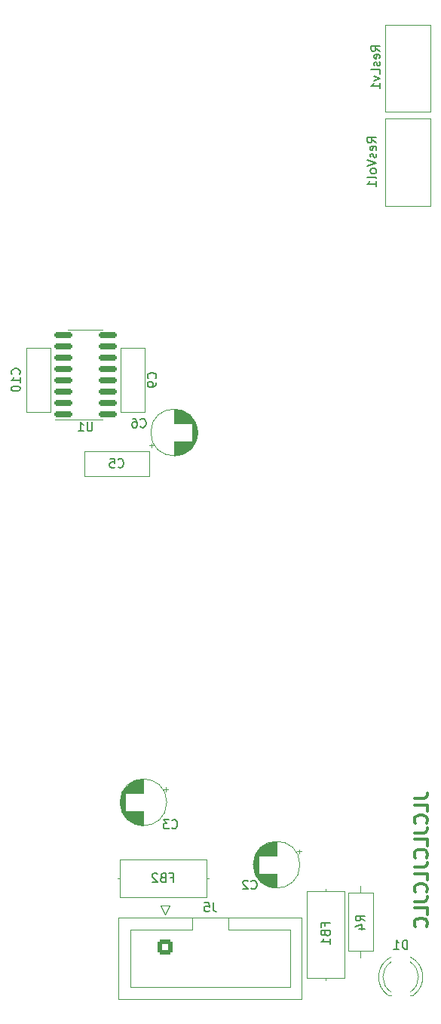
<source format=gbo>
G04 #@! TF.GenerationSoftware,KiCad,Pcbnew,(6.0.6)*
G04 #@! TF.CreationDate,2022-11-23T18:59:43+00:00*
G04 #@! TF.ProjectId,MS20-VCF,4d533230-2d56-4434-962e-6b696361645f,rev?*
G04 #@! TF.SameCoordinates,Original*
G04 #@! TF.FileFunction,Legend,Bot*
G04 #@! TF.FilePolarity,Positive*
%FSLAX46Y46*%
G04 Gerber Fmt 4.6, Leading zero omitted, Abs format (unit mm)*
G04 Created by KiCad (PCBNEW (6.0.6)) date 2022-11-23 18:59:43*
%MOMM*%
%LPD*%
G01*
G04 APERTURE LIST*
G04 Aperture macros list*
%AMRoundRect*
0 Rectangle with rounded corners*
0 $1 Rounding radius*
0 $2 $3 $4 $5 $6 $7 $8 $9 X,Y pos of 4 corners*
0 Add a 4 corners polygon primitive as box body*
4,1,4,$2,$3,$4,$5,$6,$7,$8,$9,$2,$3,0*
0 Add four circle primitives for the rounded corners*
1,1,$1+$1,$2,$3*
1,1,$1+$1,$4,$5*
1,1,$1+$1,$6,$7*
1,1,$1+$1,$8,$9*
0 Add four rect primitives between the rounded corners*
20,1,$1+$1,$2,$3,$4,$5,0*
20,1,$1+$1,$4,$5,$6,$7,0*
20,1,$1+$1,$6,$7,$8,$9,0*
20,1,$1+$1,$8,$9,$2,$3,0*%
G04 Aperture macros list end*
%ADD10C,0.300000*%
%ADD11C,0.150000*%
%ADD12C,0.120000*%
%ADD13C,1.600000*%
%ADD14C,4.000000*%
%ADD15C,1.800000*%
%ADD16R,1.600000X1.600000*%
%ADD17O,1.600000X1.600000*%
%ADD18R,1.930000X1.830000*%
%ADD19C,2.130000*%
%ADD20R,1.500000X1.500000*%
%ADD21C,1.500000*%
%ADD22O,3.700000X2.400000*%
%ADD23R,1.800000X1.800000*%
%ADD24C,2.000000*%
%ADD25O,2.000000X2.000000*%
%ADD26RoundRect,0.250000X-0.600000X0.600000X-0.600000X-0.600000X0.600000X-0.600000X0.600000X0.600000X0*%
%ADD27C,1.700000*%
%ADD28C,1.440000*%
%ADD29RoundRect,0.150000X-0.825000X-0.150000X0.825000X-0.150000X0.825000X0.150000X-0.825000X0.150000X0*%
G04 APERTURE END LIST*
D10*
X82928571Y-123571428D02*
X84000000Y-123571428D01*
X84214285Y-123500000D01*
X84357142Y-123357142D01*
X84428571Y-123142857D01*
X84428571Y-123000000D01*
X84428571Y-125000000D02*
X84428571Y-124285714D01*
X82928571Y-124285714D01*
X84285714Y-126357142D02*
X84357142Y-126285714D01*
X84428571Y-126071428D01*
X84428571Y-125928571D01*
X84357142Y-125714285D01*
X84214285Y-125571428D01*
X84071428Y-125500000D01*
X83785714Y-125428571D01*
X83571428Y-125428571D01*
X83285714Y-125500000D01*
X83142857Y-125571428D01*
X83000000Y-125714285D01*
X82928571Y-125928571D01*
X82928571Y-126071428D01*
X83000000Y-126285714D01*
X83071428Y-126357142D01*
X82928571Y-127428571D02*
X84000000Y-127428571D01*
X84214285Y-127357142D01*
X84357142Y-127214285D01*
X84428571Y-127000000D01*
X84428571Y-126857142D01*
X84428571Y-128857142D02*
X84428571Y-128142857D01*
X82928571Y-128142857D01*
X84285714Y-130214285D02*
X84357142Y-130142857D01*
X84428571Y-129928571D01*
X84428571Y-129785714D01*
X84357142Y-129571428D01*
X84214285Y-129428571D01*
X84071428Y-129357142D01*
X83785714Y-129285714D01*
X83571428Y-129285714D01*
X83285714Y-129357142D01*
X83142857Y-129428571D01*
X83000000Y-129571428D01*
X82928571Y-129785714D01*
X82928571Y-129928571D01*
X83000000Y-130142857D01*
X83071428Y-130214285D01*
X82928571Y-131285714D02*
X84000000Y-131285714D01*
X84214285Y-131214285D01*
X84357142Y-131071428D01*
X84428571Y-130857142D01*
X84428571Y-130714285D01*
X84428571Y-132714285D02*
X84428571Y-132000000D01*
X82928571Y-132000000D01*
X84285714Y-134071428D02*
X84357142Y-134000000D01*
X84428571Y-133785714D01*
X84428571Y-133642857D01*
X84357142Y-133428571D01*
X84214285Y-133285714D01*
X84071428Y-133214285D01*
X83785714Y-133142857D01*
X83571428Y-133142857D01*
X83285714Y-133214285D01*
X83142857Y-133285714D01*
X83000000Y-133428571D01*
X82928571Y-133642857D01*
X82928571Y-133785714D01*
X83000000Y-134000000D01*
X83071428Y-134071428D01*
X82928571Y-135142857D02*
X84000000Y-135142857D01*
X84214285Y-135071428D01*
X84357142Y-134928571D01*
X84428571Y-134714285D01*
X84428571Y-134571428D01*
X84428571Y-136571428D02*
X84428571Y-135857142D01*
X82928571Y-135857142D01*
X84285714Y-137928571D02*
X84357142Y-137857142D01*
X84428571Y-137642857D01*
X84428571Y-137500000D01*
X84357142Y-137285714D01*
X84214285Y-137142857D01*
X84071428Y-137071428D01*
X83785714Y-137000000D01*
X83571428Y-137000000D01*
X83285714Y-137071428D01*
X83142857Y-137142857D01*
X83000000Y-137285714D01*
X82928571Y-137500000D01*
X82928571Y-137642857D01*
X83000000Y-137857142D01*
X83071428Y-137928571D01*
D11*
X64616666Y-133657142D02*
X64664285Y-133704761D01*
X64807142Y-133752380D01*
X64902380Y-133752380D01*
X65045238Y-133704761D01*
X65140476Y-133609523D01*
X65188095Y-133514285D01*
X65235714Y-133323809D01*
X65235714Y-133180952D01*
X65188095Y-132990476D01*
X65140476Y-132895238D01*
X65045238Y-132800000D01*
X64902380Y-132752380D01*
X64807142Y-132752380D01*
X64664285Y-132800000D01*
X64616666Y-132847619D01*
X64235714Y-132847619D02*
X64188095Y-132800000D01*
X64092857Y-132752380D01*
X63854761Y-132752380D01*
X63759523Y-132800000D01*
X63711904Y-132847619D01*
X63664285Y-132942857D01*
X63664285Y-133038095D01*
X63711904Y-133180952D01*
X64283333Y-133752380D01*
X63664285Y-133752380D01*
X55711553Y-126857142D02*
X55759172Y-126904761D01*
X55902029Y-126952380D01*
X55997267Y-126952380D01*
X56140125Y-126904761D01*
X56235363Y-126809523D01*
X56282982Y-126714285D01*
X56330601Y-126523809D01*
X56330601Y-126380952D01*
X56282982Y-126190476D01*
X56235363Y-126095238D01*
X56140125Y-126000000D01*
X55997267Y-125952380D01*
X55902029Y-125952380D01*
X55759172Y-126000000D01*
X55711553Y-126047619D01*
X55378220Y-125952380D02*
X54759172Y-125952380D01*
X55092506Y-126333333D01*
X54949648Y-126333333D01*
X54854410Y-126380952D01*
X54806791Y-126428571D01*
X54759172Y-126523809D01*
X54759172Y-126761904D01*
X54806791Y-126857142D01*
X54854410Y-126904761D01*
X54949648Y-126952380D01*
X55235363Y-126952380D01*
X55330601Y-126904761D01*
X55378220Y-126857142D01*
X52166666Y-81857142D02*
X52214285Y-81904761D01*
X52357142Y-81952380D01*
X52452380Y-81952380D01*
X52595238Y-81904761D01*
X52690476Y-81809523D01*
X52738095Y-81714285D01*
X52785714Y-81523809D01*
X52785714Y-81380952D01*
X52738095Y-81190476D01*
X52690476Y-81095238D01*
X52595238Y-81000000D01*
X52452380Y-80952380D01*
X52357142Y-80952380D01*
X52214285Y-81000000D01*
X52166666Y-81047619D01*
X51309523Y-80952380D02*
X51500000Y-80952380D01*
X51595238Y-81000000D01*
X51642857Y-81047619D01*
X51738095Y-81190476D01*
X51785714Y-81380952D01*
X51785714Y-81761904D01*
X51738095Y-81857142D01*
X51690476Y-81904761D01*
X51595238Y-81952380D01*
X51404761Y-81952380D01*
X51309523Y-81904761D01*
X51261904Y-81857142D01*
X51214285Y-81761904D01*
X51214285Y-81523809D01*
X51261904Y-81428571D01*
X51309523Y-81380952D01*
X51404761Y-81333333D01*
X51595238Y-81333333D01*
X51690476Y-81380952D01*
X51738095Y-81428571D01*
X51785714Y-81523809D01*
X82138095Y-140452380D02*
X82138095Y-139452380D01*
X81900000Y-139452380D01*
X81757142Y-139500000D01*
X81661904Y-139595238D01*
X81614285Y-139690476D01*
X81566666Y-139880952D01*
X81566666Y-140023809D01*
X81614285Y-140214285D01*
X81661904Y-140309523D01*
X81757142Y-140404761D01*
X81900000Y-140452380D01*
X82138095Y-140452380D01*
X80614285Y-140452380D02*
X81185714Y-140452380D01*
X80900000Y-140452380D02*
X80900000Y-139452380D01*
X80995238Y-139595238D01*
X81090476Y-139690476D01*
X81185714Y-139738095D01*
X55533333Y-132428571D02*
X55866666Y-132428571D01*
X55866666Y-132952380D02*
X55866666Y-131952380D01*
X55390476Y-131952380D01*
X54676190Y-132428571D02*
X54533333Y-132476190D01*
X54485714Y-132523809D01*
X54438095Y-132619047D01*
X54438095Y-132761904D01*
X54485714Y-132857142D01*
X54533333Y-132904761D01*
X54628571Y-132952380D01*
X55009523Y-132952380D01*
X55009523Y-131952380D01*
X54676190Y-131952380D01*
X54580952Y-132000000D01*
X54533333Y-132047619D01*
X54485714Y-132142857D01*
X54485714Y-132238095D01*
X54533333Y-132333333D01*
X54580952Y-132380952D01*
X54676190Y-132428571D01*
X55009523Y-132428571D01*
X54057142Y-132047619D02*
X54009523Y-132000000D01*
X53914285Y-131952380D01*
X53676190Y-131952380D01*
X53580952Y-132000000D01*
X53533333Y-132047619D01*
X53485714Y-132142857D01*
X53485714Y-132238095D01*
X53533333Y-132380952D01*
X54104761Y-132952380D01*
X53485714Y-132952380D01*
X60333333Y-135252380D02*
X60333333Y-135966666D01*
X60380952Y-136109523D01*
X60476190Y-136204761D01*
X60619047Y-136252380D01*
X60714285Y-136252380D01*
X59380952Y-135252380D02*
X59857142Y-135252380D01*
X59904761Y-135728571D01*
X59857142Y-135680952D01*
X59761904Y-135633333D01*
X59523809Y-135633333D01*
X59428571Y-135680952D01*
X59380952Y-135728571D01*
X59333333Y-135823809D01*
X59333333Y-136061904D01*
X59380952Y-136157142D01*
X59428571Y-136204761D01*
X59523809Y-136252380D01*
X59761904Y-136252380D01*
X59857142Y-136204761D01*
X59904761Y-136157142D01*
X79072380Y-39714285D02*
X78596190Y-39380952D01*
X79072380Y-39142857D02*
X78072380Y-39142857D01*
X78072380Y-39523809D01*
X78120000Y-39619047D01*
X78167619Y-39666666D01*
X78262857Y-39714285D01*
X78405714Y-39714285D01*
X78500952Y-39666666D01*
X78548571Y-39619047D01*
X78596190Y-39523809D01*
X78596190Y-39142857D01*
X79024761Y-40523809D02*
X79072380Y-40428571D01*
X79072380Y-40238095D01*
X79024761Y-40142857D01*
X78929523Y-40095238D01*
X78548571Y-40095238D01*
X78453333Y-40142857D01*
X78405714Y-40238095D01*
X78405714Y-40428571D01*
X78453333Y-40523809D01*
X78548571Y-40571428D01*
X78643809Y-40571428D01*
X78739047Y-40095238D01*
X79024761Y-40952380D02*
X79072380Y-41047619D01*
X79072380Y-41238095D01*
X79024761Y-41333333D01*
X78929523Y-41380952D01*
X78881904Y-41380952D01*
X78786666Y-41333333D01*
X78739047Y-41238095D01*
X78739047Y-41095238D01*
X78691428Y-41000000D01*
X78596190Y-40952380D01*
X78548571Y-40952380D01*
X78453333Y-41000000D01*
X78405714Y-41095238D01*
X78405714Y-41238095D01*
X78453333Y-41333333D01*
X79072380Y-42285714D02*
X79072380Y-41809523D01*
X78072380Y-41809523D01*
X78405714Y-42523809D02*
X79072380Y-42761904D01*
X78405714Y-43000000D01*
X79072380Y-43904761D02*
X79072380Y-43333333D01*
X79072380Y-43619047D02*
X78072380Y-43619047D01*
X78215238Y-43523809D01*
X78310476Y-43428571D01*
X78358095Y-43333333D01*
X78652380Y-49997142D02*
X78176190Y-49663809D01*
X78652380Y-49425714D02*
X77652380Y-49425714D01*
X77652380Y-49806666D01*
X77700000Y-49901904D01*
X77747619Y-49949523D01*
X77842857Y-49997142D01*
X77985714Y-49997142D01*
X78080952Y-49949523D01*
X78128571Y-49901904D01*
X78176190Y-49806666D01*
X78176190Y-49425714D01*
X78604761Y-50806666D02*
X78652380Y-50711428D01*
X78652380Y-50520952D01*
X78604761Y-50425714D01*
X78509523Y-50378095D01*
X78128571Y-50378095D01*
X78033333Y-50425714D01*
X77985714Y-50520952D01*
X77985714Y-50711428D01*
X78033333Y-50806666D01*
X78128571Y-50854285D01*
X78223809Y-50854285D01*
X78319047Y-50378095D01*
X78604761Y-51235238D02*
X78652380Y-51330476D01*
X78652380Y-51520952D01*
X78604761Y-51616190D01*
X78509523Y-51663809D01*
X78461904Y-51663809D01*
X78366666Y-51616190D01*
X78319047Y-51520952D01*
X78319047Y-51378095D01*
X78271428Y-51282857D01*
X78176190Y-51235238D01*
X78128571Y-51235238D01*
X78033333Y-51282857D01*
X77985714Y-51378095D01*
X77985714Y-51520952D01*
X78033333Y-51616190D01*
X77652380Y-51949523D02*
X78652380Y-52282857D01*
X77652380Y-52616190D01*
X78652380Y-53092380D02*
X78604761Y-52997142D01*
X78557142Y-52949523D01*
X78461904Y-52901904D01*
X78176190Y-52901904D01*
X78080952Y-52949523D01*
X78033333Y-52997142D01*
X77985714Y-53092380D01*
X77985714Y-53235238D01*
X78033333Y-53330476D01*
X78080952Y-53378095D01*
X78176190Y-53425714D01*
X78461904Y-53425714D01*
X78557142Y-53378095D01*
X78604761Y-53330476D01*
X78652380Y-53235238D01*
X78652380Y-53092380D01*
X78652380Y-53997142D02*
X78604761Y-53901904D01*
X78509523Y-53854285D01*
X77652380Y-53854285D01*
X78652380Y-54901904D02*
X78652380Y-54330476D01*
X78652380Y-54616190D02*
X77652380Y-54616190D01*
X77795238Y-54520952D01*
X77890476Y-54425714D01*
X77938095Y-54330476D01*
X77352380Y-137313333D02*
X76876190Y-136980000D01*
X77352380Y-136741904D02*
X76352380Y-136741904D01*
X76352380Y-137122857D01*
X76400000Y-137218095D01*
X76447619Y-137265714D01*
X76542857Y-137313333D01*
X76685714Y-137313333D01*
X76780952Y-137265714D01*
X76828571Y-137218095D01*
X76876190Y-137122857D01*
X76876190Y-136741904D01*
X76685714Y-138170476D02*
X77352380Y-138170476D01*
X76304761Y-137932380D02*
X77019047Y-137694285D01*
X77019047Y-138313333D01*
X72928571Y-137866666D02*
X72928571Y-137533333D01*
X73452380Y-137533333D02*
X72452380Y-137533333D01*
X72452380Y-138009523D01*
X72928571Y-138723809D02*
X72976190Y-138866666D01*
X73023809Y-138914285D01*
X73119047Y-138961904D01*
X73261904Y-138961904D01*
X73357142Y-138914285D01*
X73404761Y-138866666D01*
X73452380Y-138771428D01*
X73452380Y-138390476D01*
X72452380Y-138390476D01*
X72452380Y-138723809D01*
X72500000Y-138819047D01*
X72547619Y-138866666D01*
X72642857Y-138914285D01*
X72738095Y-138914285D01*
X72833333Y-138866666D01*
X72880952Y-138819047D01*
X72928571Y-138723809D01*
X72928571Y-138390476D01*
X73452380Y-139914285D02*
X73452380Y-139342857D01*
X73452380Y-139628571D02*
X72452380Y-139628571D01*
X72595238Y-139533333D01*
X72690476Y-139438095D01*
X72738095Y-139342857D01*
X46761904Y-81352380D02*
X46761904Y-82161904D01*
X46714285Y-82257142D01*
X46666666Y-82304761D01*
X46571428Y-82352380D01*
X46380952Y-82352380D01*
X46285714Y-82304761D01*
X46238095Y-82257142D01*
X46190476Y-82161904D01*
X46190476Y-81352380D01*
X45190476Y-82352380D02*
X45761904Y-82352380D01*
X45476190Y-82352380D02*
X45476190Y-81352380D01*
X45571428Y-81495238D01*
X45666666Y-81590476D01*
X45761904Y-81638095D01*
X49666666Y-86357142D02*
X49714285Y-86404761D01*
X49857142Y-86452380D01*
X49952380Y-86452380D01*
X50095238Y-86404761D01*
X50190476Y-86309523D01*
X50238095Y-86214285D01*
X50285714Y-86023809D01*
X50285714Y-85880952D01*
X50238095Y-85690476D01*
X50190476Y-85595238D01*
X50095238Y-85500000D01*
X49952380Y-85452380D01*
X49857142Y-85452380D01*
X49714285Y-85500000D01*
X49666666Y-85547619D01*
X48761904Y-85452380D02*
X49238095Y-85452380D01*
X49285714Y-85928571D01*
X49238095Y-85880952D01*
X49142857Y-85833333D01*
X48904761Y-85833333D01*
X48809523Y-85880952D01*
X48761904Y-85928571D01*
X48714285Y-86023809D01*
X48714285Y-86261904D01*
X48761904Y-86357142D01*
X48809523Y-86404761D01*
X48904761Y-86452380D01*
X49142857Y-86452380D01*
X49238095Y-86404761D01*
X49285714Y-86357142D01*
X53857142Y-76433333D02*
X53904761Y-76385714D01*
X53952380Y-76242857D01*
X53952380Y-76147619D01*
X53904761Y-76004761D01*
X53809523Y-75909523D01*
X53714285Y-75861904D01*
X53523809Y-75814285D01*
X53380952Y-75814285D01*
X53190476Y-75861904D01*
X53095238Y-75909523D01*
X53000000Y-76004761D01*
X52952380Y-76147619D01*
X52952380Y-76242857D01*
X53000000Y-76385714D01*
X53047619Y-76433333D01*
X53952380Y-76909523D02*
X53952380Y-77100000D01*
X53904761Y-77195238D01*
X53857142Y-77242857D01*
X53714285Y-77338095D01*
X53523809Y-77385714D01*
X53142857Y-77385714D01*
X53047619Y-77338095D01*
X53000000Y-77290476D01*
X52952380Y-77195238D01*
X52952380Y-77004761D01*
X53000000Y-76909523D01*
X53047619Y-76861904D01*
X53142857Y-76814285D01*
X53380952Y-76814285D01*
X53476190Y-76861904D01*
X53523809Y-76909523D01*
X53571428Y-77004761D01*
X53571428Y-77195238D01*
X53523809Y-77290476D01*
X53476190Y-77338095D01*
X53380952Y-77385714D01*
X38557142Y-75957142D02*
X38604761Y-75909523D01*
X38652380Y-75766666D01*
X38652380Y-75671428D01*
X38604761Y-75528571D01*
X38509523Y-75433333D01*
X38414285Y-75385714D01*
X38223809Y-75338095D01*
X38080952Y-75338095D01*
X37890476Y-75385714D01*
X37795238Y-75433333D01*
X37700000Y-75528571D01*
X37652380Y-75671428D01*
X37652380Y-75766666D01*
X37700000Y-75909523D01*
X37747619Y-75957142D01*
X38652380Y-76909523D02*
X38652380Y-76338095D01*
X38652380Y-76623809D02*
X37652380Y-76623809D01*
X37795238Y-76528571D01*
X37890476Y-76433333D01*
X37938095Y-76338095D01*
X37652380Y-77528571D02*
X37652380Y-77623809D01*
X37700000Y-77719047D01*
X37747619Y-77766666D01*
X37842857Y-77814285D01*
X38033333Y-77861904D01*
X38271428Y-77861904D01*
X38461904Y-77814285D01*
X38557142Y-77766666D01*
X38604761Y-77719047D01*
X38652380Y-77623809D01*
X38652380Y-77528571D01*
X38604761Y-77433333D01*
X38557142Y-77385714D01*
X38461904Y-77338095D01*
X38271428Y-77290476D01*
X38033333Y-77290476D01*
X37842857Y-77338095D01*
X37747619Y-77385714D01*
X37700000Y-77433333D01*
X37652380Y-77528571D01*
D12*
X66534112Y-132040000D02*
X66534112Y-133414000D01*
X66174112Y-132040000D02*
X66174112Y-133247000D01*
X66654112Y-128545000D02*
X66654112Y-129960000D01*
X65494112Y-129301000D02*
X65494112Y-129960000D01*
X70009887Y-129275000D02*
X70009887Y-129775000D01*
X67255112Y-128427000D02*
X67255112Y-129960000D01*
X66014112Y-132040000D02*
X66014112Y-133149000D01*
X65094112Y-129902000D02*
X65094112Y-132098000D01*
X65374112Y-129446000D02*
X65374112Y-132554000D01*
X66374112Y-128652000D02*
X66374112Y-129960000D01*
X64974112Y-130195000D02*
X64974112Y-131805000D01*
X66855112Y-128489000D02*
X66855112Y-129960000D01*
X66614112Y-128558000D02*
X66614112Y-129960000D01*
X67015112Y-128457000D02*
X67015112Y-129960000D01*
X65534112Y-129257000D02*
X65534112Y-129960000D01*
X64894112Y-130482000D02*
X64894112Y-131518000D01*
X65454112Y-129347000D02*
X65454112Y-129960000D01*
X65574112Y-132040000D02*
X65574112Y-132785000D01*
X67015112Y-132040000D02*
X67015112Y-133543000D01*
X67455112Y-128420000D02*
X67455112Y-129960000D01*
X66454112Y-128618000D02*
X66454112Y-129960000D01*
X66294112Y-128690000D02*
X66294112Y-129960000D01*
X67095112Y-132040000D02*
X67095112Y-133556000D01*
X65454112Y-132040000D02*
X65454112Y-132653000D01*
X65254112Y-129617000D02*
X65254112Y-132383000D01*
X65854112Y-128965000D02*
X65854112Y-129960000D01*
X67415112Y-128420000D02*
X67415112Y-129960000D01*
X67415112Y-132040000D02*
X67415112Y-133580000D01*
X65294112Y-129557000D02*
X65294112Y-132443000D01*
X66254112Y-128710000D02*
X66254112Y-129960000D01*
X67295112Y-132040000D02*
X67295112Y-133576000D01*
X66334112Y-128671000D02*
X66334112Y-129960000D01*
X65534112Y-132040000D02*
X65534112Y-132743000D01*
X66815112Y-128499000D02*
X66815112Y-129960000D01*
X67295112Y-128424000D02*
X67295112Y-129960000D01*
X66574112Y-128572000D02*
X66574112Y-129960000D01*
X65774112Y-132040000D02*
X65774112Y-132971000D01*
X65334112Y-129500000D02*
X65334112Y-132500000D01*
X66895112Y-128480000D02*
X66895112Y-129960000D01*
X66895112Y-132040000D02*
X66895112Y-133520000D01*
X67215112Y-132040000D02*
X67215112Y-133569000D01*
X66775112Y-132040000D02*
X66775112Y-133491000D01*
X66374112Y-132040000D02*
X66374112Y-133348000D01*
X67175112Y-132040000D02*
X67175112Y-133565000D01*
X66134112Y-128776000D02*
X66134112Y-129960000D01*
X65934112Y-128905000D02*
X65934112Y-129960000D01*
X66134112Y-132040000D02*
X66134112Y-133224000D01*
X64854112Y-130716000D02*
X64854112Y-131284000D01*
X67055112Y-132040000D02*
X67055112Y-133550000D01*
X67335112Y-128422000D02*
X67335112Y-129960000D01*
X66734112Y-132040000D02*
X66734112Y-133480000D01*
X66694112Y-128532000D02*
X66694112Y-129960000D01*
X66054112Y-128825000D02*
X66054112Y-129960000D01*
X67135112Y-128439000D02*
X67135112Y-129960000D01*
X67375112Y-128421000D02*
X67375112Y-129960000D01*
X66654112Y-132040000D02*
X66654112Y-133455000D01*
X65174112Y-129749000D02*
X65174112Y-132251000D01*
X66014112Y-128851000D02*
X66014112Y-129960000D01*
X66174112Y-128753000D02*
X66174112Y-129960000D01*
X65134112Y-129822000D02*
X65134112Y-132178000D01*
X65774112Y-129029000D02*
X65774112Y-129960000D01*
X66414112Y-132040000D02*
X66414112Y-133365000D01*
X65894112Y-128935000D02*
X65894112Y-129960000D01*
X65694112Y-132040000D02*
X65694112Y-132901000D01*
X66414112Y-128635000D02*
X66414112Y-129960000D01*
X66935112Y-132040000D02*
X66935112Y-133528000D01*
X67255112Y-132040000D02*
X67255112Y-133573000D01*
X66094112Y-128800000D02*
X66094112Y-129960000D01*
X65214112Y-129681000D02*
X65214112Y-132319000D01*
X66214112Y-128732000D02*
X66214112Y-129960000D01*
X65654112Y-129136000D02*
X65654112Y-129960000D01*
X66494112Y-132040000D02*
X66494112Y-133398000D01*
X65614112Y-132040000D02*
X65614112Y-132826000D01*
X66454112Y-132040000D02*
X66454112Y-133382000D01*
X66815112Y-132040000D02*
X66815112Y-133501000D01*
X66574112Y-132040000D02*
X66574112Y-133428000D01*
X67095112Y-128444000D02*
X67095112Y-129960000D01*
X67135112Y-132040000D02*
X67135112Y-133561000D01*
X65494112Y-132040000D02*
X65494112Y-132699000D01*
X67055112Y-128450000D02*
X67055112Y-129960000D01*
X67335112Y-132040000D02*
X67335112Y-133578000D01*
X67455112Y-132040000D02*
X67455112Y-133580000D01*
X66334112Y-132040000D02*
X66334112Y-133329000D01*
X65614112Y-129174000D02*
X65614112Y-129960000D01*
X65934112Y-132040000D02*
X65934112Y-133095000D01*
X65894112Y-132040000D02*
X65894112Y-133065000D01*
X66054112Y-132040000D02*
X66054112Y-133175000D01*
X65974112Y-128878000D02*
X65974112Y-129960000D01*
X65974112Y-132040000D02*
X65974112Y-133122000D01*
X66094112Y-132040000D02*
X66094112Y-133200000D01*
X65854112Y-132040000D02*
X65854112Y-133035000D01*
X66855112Y-132040000D02*
X66855112Y-133511000D01*
X66214112Y-132040000D02*
X66214112Y-133268000D01*
X65574112Y-129215000D02*
X65574112Y-129960000D01*
X66734112Y-128520000D02*
X66734112Y-129960000D01*
X65414112Y-129395000D02*
X65414112Y-132605000D01*
X66494112Y-128602000D02*
X66494112Y-129960000D01*
X65054112Y-129989000D02*
X65054112Y-132011000D01*
X66975112Y-128464000D02*
X66975112Y-129960000D01*
X65814112Y-128996000D02*
X65814112Y-129960000D01*
X70259887Y-129525000D02*
X69759887Y-129525000D01*
X65654112Y-132040000D02*
X65654112Y-132864000D01*
X67175112Y-128435000D02*
X67175112Y-129960000D01*
X65734112Y-129063000D02*
X65734112Y-129960000D01*
X66254112Y-132040000D02*
X66254112Y-133290000D01*
X65734112Y-132040000D02*
X65734112Y-132937000D01*
X65014112Y-130085000D02*
X65014112Y-131915000D01*
X64934112Y-130323000D02*
X64934112Y-131677000D01*
X65814112Y-132040000D02*
X65814112Y-133004000D01*
X66935112Y-128472000D02*
X66935112Y-129960000D01*
X67215112Y-128431000D02*
X67215112Y-129960000D01*
X67375112Y-132040000D02*
X67375112Y-133579000D01*
X66534112Y-128586000D02*
X66534112Y-129960000D01*
X66614112Y-132040000D02*
X66614112Y-133442000D01*
X66975112Y-132040000D02*
X66975112Y-133536000D01*
X66694112Y-132040000D02*
X66694112Y-133468000D01*
X66294112Y-132040000D02*
X66294112Y-133310000D01*
X66775112Y-128509000D02*
X66775112Y-129960000D01*
X65694112Y-129099000D02*
X65694112Y-129960000D01*
X70075112Y-131000000D02*
G75*
G03*
X70075112Y-131000000I-2620000J0D01*
G01*
X51099000Y-125040000D02*
X51099000Y-126175000D01*
X52500000Y-125040000D02*
X52500000Y-126580000D01*
X50299000Y-122617000D02*
X50299000Y-125383000D01*
X52380000Y-121422000D02*
X52380000Y-122960000D01*
X52300000Y-121427000D02*
X52300000Y-122960000D01*
X51579000Y-125040000D02*
X51579000Y-126414000D01*
X50859000Y-121996000D02*
X50859000Y-122960000D01*
X50259000Y-122681000D02*
X50259000Y-125319000D01*
X50939000Y-125040000D02*
X50939000Y-126065000D01*
X50699000Y-122136000D02*
X50699000Y-122960000D01*
X49939000Y-123482000D02*
X49939000Y-124518000D01*
X51900000Y-125040000D02*
X51900000Y-126511000D01*
X51179000Y-121776000D02*
X51179000Y-122960000D01*
X50139000Y-122902000D02*
X50139000Y-125098000D01*
X51659000Y-121558000D02*
X51659000Y-122960000D01*
X51299000Y-125040000D02*
X51299000Y-126290000D01*
X51259000Y-121732000D02*
X51259000Y-122960000D01*
X52380000Y-125040000D02*
X52380000Y-126578000D01*
X50499000Y-122347000D02*
X50499000Y-122960000D01*
X51860000Y-121499000D02*
X51860000Y-122960000D01*
X50979000Y-125040000D02*
X50979000Y-126095000D01*
X50819000Y-125040000D02*
X50819000Y-125971000D01*
X50059000Y-123085000D02*
X50059000Y-124915000D01*
X51139000Y-125040000D02*
X51139000Y-126200000D01*
X50899000Y-121965000D02*
X50899000Y-122960000D01*
X52420000Y-125040000D02*
X52420000Y-126579000D01*
X50859000Y-125040000D02*
X50859000Y-126004000D01*
X50499000Y-125040000D02*
X50499000Y-125653000D01*
X52460000Y-125040000D02*
X52460000Y-126580000D01*
X52460000Y-121420000D02*
X52460000Y-122960000D01*
X51779000Y-121520000D02*
X51779000Y-122960000D01*
X51019000Y-125040000D02*
X51019000Y-126122000D01*
X50379000Y-122500000D02*
X50379000Y-125500000D01*
X50739000Y-125040000D02*
X50739000Y-125901000D01*
X52180000Y-121439000D02*
X52180000Y-122960000D01*
X51379000Y-125040000D02*
X51379000Y-126329000D01*
X50779000Y-122063000D02*
X50779000Y-122960000D01*
X51820000Y-121509000D02*
X51820000Y-122960000D01*
X50219000Y-122749000D02*
X50219000Y-125251000D01*
X50939000Y-121935000D02*
X50939000Y-122960000D01*
X51659000Y-125040000D02*
X51659000Y-126442000D01*
X50899000Y-125040000D02*
X50899000Y-126035000D01*
X50739000Y-122099000D02*
X50739000Y-122960000D01*
X50819000Y-122029000D02*
X50819000Y-122960000D01*
X51900000Y-121489000D02*
X51900000Y-122960000D01*
X52260000Y-121431000D02*
X52260000Y-122960000D01*
X50099000Y-122989000D02*
X50099000Y-125011000D01*
X52340000Y-125040000D02*
X52340000Y-126576000D01*
X49899000Y-123716000D02*
X49899000Y-124284000D01*
X52060000Y-125040000D02*
X52060000Y-126543000D01*
X52220000Y-125040000D02*
X52220000Y-126565000D01*
X55304775Y-122525000D02*
X54804775Y-122525000D01*
X51739000Y-121532000D02*
X51739000Y-122960000D01*
X50019000Y-123195000D02*
X50019000Y-124805000D01*
X50619000Y-125040000D02*
X50619000Y-125785000D01*
X51699000Y-125040000D02*
X51699000Y-126455000D01*
X52140000Y-121444000D02*
X52140000Y-122960000D01*
X51219000Y-121753000D02*
X51219000Y-122960000D01*
X50659000Y-122174000D02*
X50659000Y-122960000D01*
X50699000Y-125040000D02*
X50699000Y-125864000D01*
X51019000Y-121878000D02*
X51019000Y-122960000D01*
X50659000Y-125040000D02*
X50659000Y-125826000D01*
X50579000Y-125040000D02*
X50579000Y-125743000D01*
X51459000Y-125040000D02*
X51459000Y-126365000D01*
X52500000Y-121420000D02*
X52500000Y-122960000D01*
X51739000Y-125040000D02*
X51739000Y-126468000D01*
X52100000Y-121450000D02*
X52100000Y-122960000D01*
X51299000Y-121710000D02*
X51299000Y-122960000D01*
X52060000Y-121457000D02*
X52060000Y-122960000D01*
X51459000Y-121635000D02*
X51459000Y-122960000D01*
X51259000Y-125040000D02*
X51259000Y-126268000D01*
X55054775Y-122275000D02*
X55054775Y-122775000D01*
X51940000Y-125040000D02*
X51940000Y-126520000D01*
X52180000Y-125040000D02*
X52180000Y-126561000D01*
X52140000Y-125040000D02*
X52140000Y-126556000D01*
X51419000Y-125040000D02*
X51419000Y-126348000D01*
X51579000Y-121586000D02*
X51579000Y-122960000D01*
X50539000Y-122301000D02*
X50539000Y-122960000D01*
X50339000Y-122557000D02*
X50339000Y-125443000D01*
X50539000Y-125040000D02*
X50539000Y-125699000D01*
X50179000Y-122822000D02*
X50179000Y-125178000D01*
X51499000Y-121618000D02*
X51499000Y-122960000D01*
X51059000Y-125040000D02*
X51059000Y-126149000D01*
X51059000Y-121851000D02*
X51059000Y-122960000D01*
X50619000Y-122215000D02*
X50619000Y-122960000D01*
X52300000Y-125040000D02*
X52300000Y-126573000D01*
X51940000Y-121480000D02*
X51940000Y-122960000D01*
X50579000Y-122257000D02*
X50579000Y-122960000D01*
X51619000Y-125040000D02*
X51619000Y-126428000D01*
X51419000Y-121652000D02*
X51419000Y-122960000D01*
X51539000Y-121602000D02*
X51539000Y-122960000D01*
X50459000Y-122395000D02*
X50459000Y-125605000D01*
X51820000Y-125040000D02*
X51820000Y-126491000D01*
X52420000Y-121421000D02*
X52420000Y-122960000D01*
X52340000Y-121424000D02*
X52340000Y-122960000D01*
X49979000Y-123323000D02*
X49979000Y-124677000D01*
X50779000Y-125040000D02*
X50779000Y-125937000D01*
X51980000Y-121472000D02*
X51980000Y-122960000D01*
X51099000Y-121825000D02*
X51099000Y-122960000D01*
X51339000Y-125040000D02*
X51339000Y-126310000D01*
X52220000Y-121435000D02*
X52220000Y-122960000D01*
X51860000Y-125040000D02*
X51860000Y-126501000D01*
X52020000Y-125040000D02*
X52020000Y-126536000D01*
X52020000Y-121464000D02*
X52020000Y-122960000D01*
X52100000Y-125040000D02*
X52100000Y-126550000D01*
X50419000Y-122446000D02*
X50419000Y-125554000D01*
X51139000Y-121800000D02*
X51139000Y-122960000D01*
X51379000Y-121671000D02*
X51379000Y-122960000D01*
X51779000Y-125040000D02*
X51779000Y-126480000D01*
X52260000Y-125040000D02*
X52260000Y-126569000D01*
X51339000Y-121690000D02*
X51339000Y-122960000D01*
X50979000Y-121905000D02*
X50979000Y-122960000D01*
X51179000Y-125040000D02*
X51179000Y-126224000D01*
X51699000Y-121545000D02*
X51699000Y-122960000D01*
X51619000Y-121572000D02*
X51619000Y-122960000D01*
X51219000Y-125040000D02*
X51219000Y-126247000D01*
X51539000Y-125040000D02*
X51539000Y-126398000D01*
X51980000Y-125040000D02*
X51980000Y-126528000D01*
X51499000Y-125040000D02*
X51499000Y-126382000D01*
X55120000Y-124000000D02*
G75*
G03*
X55120000Y-124000000I-2620000J0D01*
G01*
X57345888Y-84675000D02*
X57345888Y-83540000D01*
X56104888Y-81460000D02*
X56104888Y-79924000D01*
X57825888Y-84285000D02*
X57825888Y-83540000D01*
X56304888Y-85056000D02*
X56304888Y-83540000D01*
X57025888Y-84848000D02*
X57025888Y-83540000D01*
X56584888Y-81460000D02*
X56584888Y-79999000D01*
X56544888Y-85011000D02*
X56544888Y-83540000D01*
X58545888Y-82784000D02*
X58545888Y-82216000D01*
X57705888Y-81460000D02*
X57705888Y-80599000D01*
X56344888Y-85050000D02*
X56344888Y-83540000D01*
X56464888Y-85028000D02*
X56464888Y-83540000D01*
X57505888Y-81460000D02*
X57505888Y-80435000D01*
X57825888Y-81460000D02*
X57825888Y-80715000D01*
X56825888Y-81460000D02*
X56825888Y-80072000D01*
X57225888Y-81460000D02*
X57225888Y-80253000D01*
X56424888Y-85036000D02*
X56424888Y-83540000D01*
X56945888Y-84882000D02*
X56945888Y-83540000D01*
X57185888Y-84768000D02*
X57185888Y-83540000D01*
X56504888Y-85020000D02*
X56504888Y-83540000D01*
X56985888Y-81460000D02*
X56985888Y-80135000D01*
X57145888Y-84790000D02*
X57145888Y-83540000D01*
X56104888Y-85076000D02*
X56104888Y-83540000D01*
X57345888Y-81460000D02*
X57345888Y-80325000D01*
X56264888Y-85061000D02*
X56264888Y-83540000D01*
X57065888Y-84829000D02*
X57065888Y-83540000D01*
X57025888Y-81460000D02*
X57025888Y-80152000D01*
X55984888Y-85080000D02*
X55984888Y-83540000D01*
X57785888Y-81460000D02*
X57785888Y-80674000D01*
X56785888Y-84942000D02*
X56785888Y-83540000D01*
X57665888Y-84437000D02*
X57665888Y-83540000D01*
X57265888Y-81460000D02*
X57265888Y-80276000D01*
X56905888Y-84898000D02*
X56905888Y-83540000D01*
X57385888Y-84649000D02*
X57385888Y-83540000D01*
X57265888Y-84724000D02*
X57265888Y-83540000D01*
X55944888Y-85080000D02*
X55944888Y-83540000D01*
X56464888Y-81460000D02*
X56464888Y-79972000D01*
X57905888Y-84199000D02*
X57905888Y-83540000D01*
X56624888Y-81460000D02*
X56624888Y-80009000D01*
X58185888Y-83819000D02*
X58185888Y-81181000D01*
X56905888Y-81460000D02*
X56905888Y-80102000D01*
X57785888Y-84326000D02*
X57785888Y-83540000D01*
X57985888Y-84105000D02*
X57985888Y-80895000D01*
X57905888Y-81460000D02*
X57905888Y-80801000D01*
X56264888Y-81460000D02*
X56264888Y-79939000D01*
X58265888Y-83678000D02*
X58265888Y-81322000D01*
X56024888Y-85079000D02*
X56024888Y-83540000D01*
X55944888Y-81460000D02*
X55944888Y-79920000D01*
X57865888Y-84243000D02*
X57865888Y-83540000D01*
X58145888Y-83883000D02*
X58145888Y-81117000D01*
X56184888Y-85069000D02*
X56184888Y-83540000D01*
X57425888Y-84622000D02*
X57425888Y-83540000D01*
X56865888Y-81460000D02*
X56865888Y-80086000D01*
X56384888Y-85043000D02*
X56384888Y-83540000D01*
X57585888Y-84504000D02*
X57585888Y-83540000D01*
X57465888Y-84595000D02*
X57465888Y-83540000D01*
X56064888Y-81460000D02*
X56064888Y-79922000D01*
X56184888Y-81460000D02*
X56184888Y-79931000D01*
X56224888Y-81460000D02*
X56224888Y-79935000D01*
X56665888Y-84980000D02*
X56665888Y-83540000D01*
X58465888Y-83177000D02*
X58465888Y-81823000D01*
X56424888Y-81460000D02*
X56424888Y-79964000D01*
X56544888Y-81460000D02*
X56544888Y-79989000D01*
X57425888Y-81460000D02*
X57425888Y-80378000D01*
X57945888Y-81460000D02*
X57945888Y-80847000D01*
X58065888Y-84000000D02*
X58065888Y-81000000D01*
X57065888Y-81460000D02*
X57065888Y-80171000D01*
X57745888Y-84364000D02*
X57745888Y-83540000D01*
X57185888Y-81460000D02*
X57185888Y-80232000D01*
X56304888Y-81460000D02*
X56304888Y-79944000D01*
X56504888Y-81460000D02*
X56504888Y-79980000D01*
X55984888Y-81460000D02*
X55984888Y-79920000D01*
X58425888Y-83305000D02*
X58425888Y-81695000D01*
X57545888Y-81460000D02*
X57545888Y-80465000D01*
X56144888Y-81460000D02*
X56144888Y-79927000D01*
X57625888Y-84471000D02*
X57625888Y-83540000D01*
X58025888Y-84054000D02*
X58025888Y-80946000D01*
X53140113Y-83975000D02*
X53640113Y-83975000D01*
X57745888Y-81460000D02*
X57745888Y-80636000D01*
X57145888Y-81460000D02*
X57145888Y-80210000D01*
X58385888Y-83415000D02*
X58385888Y-81585000D01*
X57545888Y-84535000D02*
X57545888Y-83540000D01*
X56064888Y-85078000D02*
X56064888Y-83540000D01*
X58305888Y-83598000D02*
X58305888Y-81402000D01*
X57505888Y-84565000D02*
X57505888Y-83540000D01*
X58105888Y-83943000D02*
X58105888Y-81057000D01*
X56785888Y-81460000D02*
X56785888Y-80058000D01*
X57625888Y-81460000D02*
X57625888Y-80529000D01*
X57665888Y-81460000D02*
X57665888Y-80563000D01*
X57705888Y-84401000D02*
X57705888Y-83540000D01*
X56144888Y-85073000D02*
X56144888Y-83540000D01*
X56945888Y-81460000D02*
X56945888Y-80118000D01*
X56985888Y-84865000D02*
X56985888Y-83540000D01*
X56584888Y-85001000D02*
X56584888Y-83540000D01*
X58225888Y-83751000D02*
X58225888Y-81249000D01*
X56865888Y-84914000D02*
X56865888Y-83540000D01*
X57225888Y-84747000D02*
X57225888Y-83540000D01*
X56384888Y-81460000D02*
X56384888Y-79957000D01*
X57305888Y-84700000D02*
X57305888Y-83540000D01*
X57465888Y-81460000D02*
X57465888Y-80405000D01*
X56665888Y-81460000D02*
X56665888Y-80020000D01*
X57585888Y-81460000D02*
X57585888Y-80496000D01*
X56624888Y-84991000D02*
X56624888Y-83540000D01*
X56344888Y-81460000D02*
X56344888Y-79950000D01*
X56825888Y-84928000D02*
X56825888Y-83540000D01*
X56745888Y-81460000D02*
X56745888Y-80045000D01*
X56224888Y-85065000D02*
X56224888Y-83540000D01*
X56024888Y-81460000D02*
X56024888Y-79921000D01*
X58505888Y-83018000D02*
X58505888Y-81982000D01*
X58345888Y-83511000D02*
X58345888Y-81489000D01*
X57385888Y-81460000D02*
X57385888Y-80351000D01*
X56705888Y-81460000D02*
X56705888Y-80032000D01*
X53390113Y-84225000D02*
X53390113Y-83725000D01*
X57945888Y-84153000D02*
X57945888Y-83540000D01*
X57105888Y-84810000D02*
X57105888Y-83540000D01*
X56705888Y-84968000D02*
X56705888Y-83540000D01*
X57305888Y-81460000D02*
X57305888Y-80300000D01*
X57105888Y-81460000D02*
X57105888Y-80190000D01*
X57865888Y-81460000D02*
X57865888Y-80757000D01*
X56745888Y-84955000D02*
X56745888Y-83540000D01*
X58564888Y-82500000D02*
G75*
G03*
X58564888Y-82500000I-2620000J0D01*
G01*
X82799000Y-145665000D02*
X82480000Y-145665000D01*
X80320000Y-145665000D02*
X80001000Y-145665000D01*
X82480000Y-145288330D02*
G75*
G03*
X82480961Y-141922287I-1080000J1683330D01*
G01*
X80319276Y-141361758D02*
G75*
G03*
X80001251Y-145665000I1080724J-2243242D01*
G01*
X82798749Y-145665000D02*
G75*
G03*
X82480724Y-141361758I-1398749J2060000D01*
G01*
X80319039Y-141922287D02*
G75*
G03*
X80320000Y-145288330I1080961J-1682713D01*
G01*
X49830000Y-134620000D02*
X49830000Y-130380000D01*
X49590000Y-132500000D02*
X49830000Y-132500000D01*
X59570000Y-130380000D02*
X59570000Y-134620000D01*
X59810000Y-132500000D02*
X59570000Y-132500000D01*
X49830000Y-130380000D02*
X59570000Y-130380000D01*
X59570000Y-134620000D02*
X49830000Y-134620000D01*
X49715000Y-146077500D02*
X70295000Y-146077500D01*
X54925000Y-136567500D02*
X54425000Y-135567500D01*
X51015000Y-144767500D02*
X68995000Y-144767500D01*
X68995000Y-144767500D02*
X68995000Y-138267500D01*
X49715000Y-136957500D02*
X49715000Y-146077500D01*
X54425000Y-135567500D02*
X55425000Y-135567500D01*
X70295000Y-136957500D02*
X49715000Y-136957500D01*
X70295000Y-146077500D02*
X70295000Y-136957500D01*
X55425000Y-135567500D02*
X54925000Y-136567500D01*
X57955000Y-138267500D02*
X51015000Y-138267500D01*
X57955000Y-136957500D02*
X57955000Y-138267500D01*
X51015000Y-138267500D02*
X51015000Y-144767500D01*
X62055000Y-138267500D02*
X62055000Y-138267500D01*
X68995000Y-138267500D02*
X62055000Y-138267500D01*
X62055000Y-138267500D02*
X62055000Y-136957500D01*
X79665000Y-46525000D02*
X84735000Y-46525000D01*
X79665000Y-36755000D02*
X84735000Y-36755000D01*
X79665000Y-46525000D02*
X79665000Y-36755000D01*
X84735000Y-46525000D02*
X84735000Y-36755000D01*
X79665000Y-57065000D02*
X79665000Y-47295000D01*
X79665000Y-47295000D02*
X84735000Y-47295000D01*
X79665000Y-57065000D02*
X84735000Y-57065000D01*
X84735000Y-57065000D02*
X84735000Y-47295000D01*
X75530000Y-134130000D02*
X78270000Y-134130000D01*
X78270000Y-134130000D02*
X78270000Y-140670000D01*
X78270000Y-140670000D02*
X75530000Y-140670000D01*
X76900000Y-141440000D02*
X76900000Y-140670000D01*
X75530000Y-140670000D02*
X75530000Y-134130000D01*
X76900000Y-133360000D02*
X76900000Y-134130000D01*
X75120000Y-133980000D02*
X75120000Y-143720000D01*
X70880000Y-143720000D02*
X70880000Y-133980000D01*
X73000000Y-133740000D02*
X73000000Y-133980000D01*
X70880000Y-133980000D02*
X75120000Y-133980000D01*
X75120000Y-143720000D02*
X70880000Y-143720000D01*
X73000000Y-143960000D02*
X73000000Y-143720000D01*
X46000000Y-81060000D02*
X42550000Y-81060000D01*
X46000000Y-70940000D02*
X47950000Y-70940000D01*
X46000000Y-70940000D02*
X44050000Y-70940000D01*
X46000000Y-81060000D02*
X47950000Y-81060000D01*
X45880000Y-84630000D02*
X53120000Y-84630000D01*
X45880000Y-87370000D02*
X45880000Y-84630000D01*
X45880000Y-87370000D02*
X53120000Y-87370000D01*
X53120000Y-87370000D02*
X53120000Y-84630000D01*
X49930000Y-72980000D02*
X49930000Y-80220000D01*
X52670000Y-72980000D02*
X52670000Y-80220000D01*
X49930000Y-72980000D02*
X52670000Y-72980000D01*
X49930000Y-80220000D02*
X52670000Y-80220000D01*
X42070000Y-72980000D02*
X39330000Y-72980000D01*
X42070000Y-80220000D02*
X42070000Y-72980000D01*
X42070000Y-80220000D02*
X39330000Y-80220000D01*
X39330000Y-80220000D02*
X39330000Y-72980000D01*
%LPC*%
D13*
X82900000Y-86800000D03*
X82900000Y-91800000D03*
D14*
X46400000Y-116050000D03*
X37600000Y-116050000D03*
D15*
X44500000Y-123050000D03*
X42000000Y-123050000D03*
X39500000Y-123050000D03*
D14*
X55600000Y-49050000D03*
X64400000Y-49050000D03*
D15*
X62500000Y-56050000D03*
X60000000Y-56050000D03*
X57500000Y-56050000D03*
D16*
X77700000Y-45460000D03*
D17*
X77700000Y-37840000D03*
D16*
X77700000Y-55860000D03*
D17*
X77700000Y-48240000D03*
D16*
X75100000Y-45460000D03*
D17*
X75100000Y-37840000D03*
D16*
X75100000Y-55860000D03*
D17*
X75100000Y-48240000D03*
D16*
X72500000Y-45460000D03*
D17*
X72500000Y-37840000D03*
D16*
X72500000Y-55860000D03*
D17*
X72500000Y-48240000D03*
D18*
X42000000Y-129500000D03*
D19*
X42000000Y-140900000D03*
X42000000Y-132600000D03*
D18*
X40000000Y-94720000D03*
D19*
X40000000Y-106120000D03*
X40000000Y-97820000D03*
D18*
X80000000Y-94600000D03*
D19*
X80000000Y-106000000D03*
X80000000Y-97700000D03*
D20*
X66800000Y-74840000D03*
D21*
X66800000Y-72300000D03*
X66800000Y-69760000D03*
D20*
X70900000Y-69760000D03*
D21*
X70900000Y-72300000D03*
X70900000Y-74840000D03*
D13*
X57500000Y-59840000D03*
D17*
X57500000Y-70000000D03*
D13*
X50000000Y-101660000D03*
D17*
X50000000Y-91500000D03*
D13*
X50560000Y-82800000D03*
D17*
X40400000Y-82800000D03*
D13*
X54000000Y-70000000D03*
D17*
X54000000Y-59840000D03*
D13*
X61000000Y-70000000D03*
D17*
X61000000Y-59840000D03*
D13*
X73980000Y-62200000D03*
D17*
X63820000Y-62200000D03*
D13*
X51080000Y-66000000D03*
D17*
X40920000Y-66000000D03*
D13*
X50560000Y-50500000D03*
D17*
X40400000Y-50500000D03*
D13*
X50560000Y-56700000D03*
D17*
X40400000Y-56700000D03*
D13*
X46580000Y-126000000D03*
D17*
X36420000Y-126000000D03*
D13*
X68300000Y-59300000D03*
D17*
X68300000Y-49140000D03*
D13*
X40400000Y-53600000D03*
D17*
X50560000Y-53600000D03*
D13*
X50560000Y-47400000D03*
D17*
X40400000Y-47400000D03*
D13*
X40400000Y-44300000D03*
D17*
X50560000Y-44300000D03*
D13*
X82600000Y-72280000D03*
D17*
X82600000Y-62120000D03*
D13*
X64580000Y-105100000D03*
D17*
X54420000Y-105100000D03*
D13*
X64580000Y-102000000D03*
D17*
X54420000Y-102000000D03*
D14*
X64400000Y-92050000D03*
X55600000Y-92050000D03*
D15*
X62500000Y-99050000D03*
X60000000Y-99050000D03*
X57500000Y-99050000D03*
D22*
X75600000Y-116300000D03*
X75600000Y-121000000D03*
X75600000Y-125700000D03*
X80400000Y-116300000D03*
X80400000Y-121000000D03*
X80400000Y-125700000D03*
D13*
X79600000Y-76220000D03*
D17*
X79600000Y-86380000D03*
D16*
X68800000Y-83800000D03*
D17*
X68800000Y-86340000D03*
X68800000Y-88880000D03*
X68800000Y-91420000D03*
X76420000Y-91420000D03*
X76420000Y-88880000D03*
X76420000Y-86340000D03*
X76420000Y-83800000D03*
D13*
X43500000Y-69200000D03*
X48500000Y-69200000D03*
X46900000Y-101660000D03*
D17*
X46900000Y-91500000D03*
D13*
X37100000Y-59800000D03*
D17*
X47260000Y-59800000D03*
D13*
X61000000Y-72920000D03*
D17*
X61000000Y-83080000D03*
D13*
X76700000Y-80600000D03*
X71700000Y-80600000D03*
X73500000Y-94600000D03*
X68500000Y-94600000D03*
D16*
X68455112Y-131000000D03*
D13*
X66455112Y-131000000D03*
D16*
X53500000Y-124000000D03*
D13*
X51500000Y-124000000D03*
D16*
X54944888Y-82500000D03*
D13*
X56944888Y-82500000D03*
D23*
X81400000Y-144875000D03*
D15*
X81400000Y-142335000D03*
D24*
X61050000Y-132500000D03*
D25*
X48350000Y-132500000D03*
D26*
X54925000Y-140247500D03*
D27*
X54925000Y-142787500D03*
X57465000Y-140247500D03*
X57465000Y-142787500D03*
X60005000Y-140247500D03*
X60005000Y-142787500D03*
X62545000Y-140247500D03*
X62545000Y-142787500D03*
X65085000Y-140247500D03*
X65085000Y-142787500D03*
D28*
X82200000Y-44180000D03*
X82200000Y-41640000D03*
X82200000Y-39100000D03*
X82200000Y-54720000D03*
X82200000Y-52180000D03*
X82200000Y-49640000D03*
D13*
X76900000Y-132320000D03*
D17*
X76900000Y-142480000D03*
D24*
X73000000Y-132500000D03*
D25*
X73000000Y-145200000D03*
D29*
X43525000Y-80445000D03*
X43525000Y-79175000D03*
X43525000Y-77905000D03*
X43525000Y-76635000D03*
X43525000Y-75365000D03*
X43525000Y-74095000D03*
X43525000Y-72825000D03*
X43525000Y-71555000D03*
X48475000Y-71555000D03*
X48475000Y-72825000D03*
X48475000Y-74095000D03*
X48475000Y-75365000D03*
X48475000Y-76635000D03*
X48475000Y-77905000D03*
X48475000Y-79175000D03*
X48475000Y-80445000D03*
D13*
X47000000Y-86000000D03*
X52000000Y-86000000D03*
X51300000Y-74100000D03*
X51300000Y-79100000D03*
X40700000Y-79100000D03*
X40700000Y-74100000D03*
M02*

</source>
